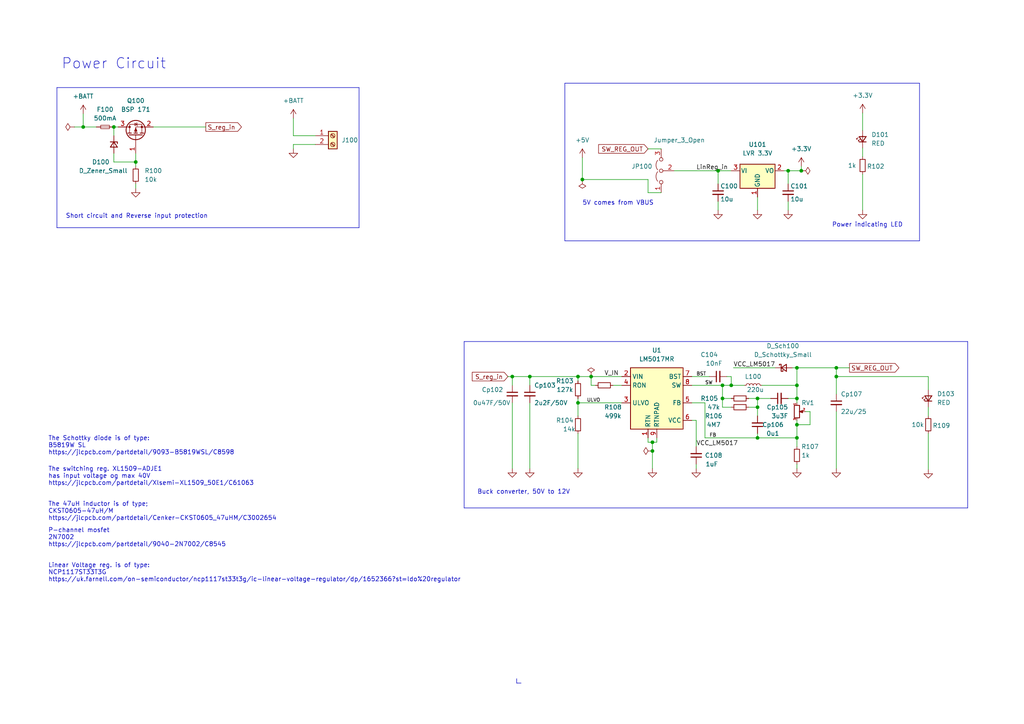
<source format=kicad_sch>
(kicad_sch (version 20230121) (generator eeschema)
  (paper "A4")
  (title_block (title "Power circuitery and Gyro Sensor") (date "2023-02-07"))
  (lib_symbols
    (symbol "Connector:Screw_Terminal_01x02" (pin_names (offset 1.016) hide)
      (property "Reference" "J" (at 0 2.54 0))
      (property "Value" "Screw_Terminal_01x02" (at 0 -5.08 0))
      (symbol "Screw_Terminal_01x02_1_1"
        (rectangle (start -1.27 1.27) (end 1.27 -3.81) (stroke (width 0.254)) (fill (type background)))
        (circle (center 0 -2.54) (radius 0.635) (stroke (width 0.1524)))
        (polyline (pts (xy -0.5334 -2.2098) (xy 0.3302 -3.048)) (stroke (width 0.1524)))
        (polyline (pts (xy -0.5334 0.3302) (xy 0.3302 -0.508)) (stroke (width 0.1524)))
        (polyline (pts (xy -0.3556 -2.032) (xy 0.508 -2.8702)) (stroke (width 0.1524)))
        (polyline (pts (xy -0.3556 0.508) (xy 0.508 -0.3302)) (stroke (width 0.1524)))
        (circle (center 0 0) (radius 0.635) (stroke (width 0.1524)))
        (pin passive line (at -5.08 0 0) (length 3.81) (name "Pin_1") (number "1"))
        (pin passive line (at -5.08 -2.54 0) (length 3.81) (name "Pin_2") (number "2"))
      )
    )
    (symbol "Device:C_Small" (pin_numbers hide) (pin_names (offset 0.254) hide)
      (property "Reference" "C" (at 0.254 1.778 0))
      (property "Value" "C_Small" (at 0.254 -2.032 0))
      (symbol "C_Small_0_1"
        (polyline (pts (xy -1.524 -0.508) (xy 1.524 -0.508)) (stroke (width 0.3302)))
        (polyline (pts (xy -1.524 0.508) (xy 1.524 0.508)) (stroke (width 0.3048)))
      )
      (symbol "C_Small_1_1"
        (pin passive line (at 0 2.54 270) (length 2.032) (name "~") (number "1"))
        (pin passive line (at 0 -2.54 90) (length 2.032) (name "~") (number "2"))
      )
    )
    (symbol "Device:D_Schottky_Small" (pin_numbers hide) (pin_names (offset 0.254) hide)
      (property "Reference" "D_Sch100" (at -0.254 6.35 0))
      (property "Value" "D_Schottky_Small" (at -0.254 3.81 0))
      (symbol "D_Schottky_Small_0_1"
        (polyline (pts (xy -0.762 0) (xy 0.762 0)))
        (polyline (pts (xy 0.762 -1.016) (xy -0.762 0) (xy 0.762 1.016) (xy 0.762 -1.016)) (stroke (width 0.254)))
        (polyline (pts (xy -1.27 0.762) (xy -1.27 1.016) (xy -0.762 1.016) (xy -0.762 -1.016) (xy -0.254 -1.016) (xy -0.254 -0.762)) (stroke (width 0.254)))
      )
      (symbol "D_Schottky_Small_1_1"
        (pin passive line (at 2.54 0 180) (length 1.778) (name "A") (number "1"))
        (pin passive line (at 2.54 0 180) (length 1.778) (name "A") (number "2"))
        (pin passive line (at -2.54 0 0) (length 1.778) (name "K") (number "3"))
      )
    )
    (symbol "Device:D_Zener_Small" (pin_numbers hide) (pin_names (offset 0.254) hide)
      (property "Reference" "D" (at 0 2.286 0))
      (property "Value" "D_Zener_Small" (at 0 -2.286 0))
      (symbol "D_Zener_Small_0_1"
        (polyline (pts (xy 0.762 0) (xy -0.762 0)))
        (polyline (pts (xy -0.254 1.016) (xy -0.762 1.016) (xy -0.762 -1.016)) (stroke (width 0.254)))
        (polyline (pts (xy 0.762 1.016) (xy -0.762 0) (xy 0.762 -1.016) (xy 0.762 1.016)) (stroke (width 0.254)))
      )
      (symbol "D_Zener_Small_1_1"
        (pin passive line (at -2.54 0 0) (length 1.778) (name "K") (number "1"))
        (pin passive line (at 2.54 0 180) (length 1.778) (name "A") (number "2"))
      )
    )
    (symbol "Device:Fuse_Small" (pin_numbers hide) (pin_names (offset 0.254) hide)
      (property "Reference" "F" (at 0 -1.524 0))
      (property "Value" "Fuse_Small" (at 0 1.524 0))
      (symbol "Fuse_Small_0_1"
        (rectangle (start -1.27 0.508) (end 1.27 -0.508))
        (polyline (pts (xy -1.27 0) (xy 1.27 0)))
      )
      (symbol "Fuse_Small_1_1"
        (pin passive line (at -2.54 0 0) (length 1.27) (name "~") (number "1"))
        (pin passive line (at 2.54 0 180) (length 1.27) (name "~") (number "2"))
      )
    )
    (symbol "Device:LED_Small" (pin_numbers hide) (pin_names (offset 0.254) hide)
      (property "Reference" "D" (at -1.27 3.175 0))
      (property "Value" "LED_Small" (at -4.445 -2.54 0))
      (symbol "LED_Small_0_1"
        (polyline (pts (xy -0.762 -1.016) (xy -0.762 1.016)) (stroke (width 0.254)))
        (polyline (pts (xy 1.016 0) (xy -0.762 0)))
        (polyline (pts (xy 0.762 -1.016) (xy -0.762 0) (xy 0.762 1.016) (xy 0.762 -1.016)) (stroke (width 0.254)))
        (polyline (pts (xy 0 0.762) (xy -0.508 1.27) (xy -0.254 1.27) (xy -0.508 1.27) (xy -0.508 1.016)))
        (polyline (pts (xy 0.508 1.27) (xy 0 1.778) (xy 0.254 1.778) (xy 0 1.778) (xy 0 1.524)))
      )
      (symbol "LED_Small_1_1"
        (pin passive line (at -2.54 0 0) (length 1.778) (name "K") (number "1"))
        (pin passive line (at 2.54 0 180) (length 1.778) (name "A") (number "2"))
      )
    )
    (symbol "Device:L_Small" (pin_numbers hide) (pin_names (offset 0.254) hide)
      (property "Reference" "L" (at 0.762 1.016 0))
      (property "Value" "L_Small" (at 0.762 -1.016 0))
      (symbol "L_Small_0_1"
        (arc (start 0 -2.032) (mid 0.5058 -1.524) (end 0 -1.016))
        (arc (start 0 -1.016) (mid 0.5058 -0.508) (end 0 0))
        (arc (start 0 0) (mid 0.5058 0.508) (end 0 1.016))
        (arc (start 0 1.016) (mid 0.5058 1.524) (end 0 2.032))
      )
      (symbol "L_Small_1_1"
        (pin passive line (at 0 2.54 270) (length 0.508) (name "~") (number "1"))
        (pin passive line (at 0 -2.54 90) (length 0.508) (name "~") (number "2"))
      )
    )
    (symbol "Device:R_Potentiometer_Small" (pin_names (offset 1.016) hide)
      (property "Reference" "RV" (at -4.445 0 90))
      (property "Value" "R_Potentiometer_Small" (at -2.54 0 90))
      (symbol "R_Potentiometer_Small_0_1"
        (polyline (pts (xy 0.889 0) (xy 0.635 0) (xy 1.651 0.381) (xy 1.651 -0.381) (xy 0.635 0) (xy 0.889 0)) (fill (type outline)))
        (rectangle (start 0.762 1.8034) (end -0.762 -1.8034) (stroke (width 0.254)))
      )
      (symbol "R_Potentiometer_Small_1_1"
        (pin passive line (at 0 2.54 270) (length 0.635) (name "1") (number "1"))
        (pin passive line (at 2.54 0 180) (length 0.9906) (name "2") (number "2"))
        (pin passive line (at 0 -2.54 90) (length 0.635) (name "3") (number "3"))
      )
    )
    (symbol "Device:R_Small" (pin_numbers hide) (pin_names (offset 0.254) hide)
      (property "Reference" "R" (at 0.762 0.508 0))
      (property "Value" "R_Small" (at 0.762 -1.016 0))
      (symbol "R_Small_0_1"
        (rectangle (start -0.762 1.778) (end 0.762 -1.778) (stroke (width 0.2032)))
      )
      (symbol "R_Small_1_1"
        (pin passive line (at 0 2.54 270) (length 0.762) (name "~") (number "1"))
        (pin passive line (at 0 -2.54 90) (length 0.762) (name "~") (number "2"))
      )
    )
    (symbol "Jumper:Jumper_3_Open" (pin_names (offset 0) hide)
      (property "Reference" "JP" (at -2.54 -2.54 0))
      (property "Value" "Jumper_3_Open" (at 0 2.794 0))
      (symbol "Jumper_3_Open_0_0"
        (circle (center -3.302 0) (radius 0.508))
        (circle (center 0 0) (radius 0.508))
        (circle (center 3.302 0) (radius 0.508))
      )
      (symbol "Jumper_3_Open_0_1"
        (arc (start -0.254 1.016) (mid -1.651 1.4992) (end -3.048 1.016))
        (polyline (pts (xy 0 -0.508) (xy 0 -1.27)))
        (arc (start 3.048 1.016) (mid 1.651 1.4992) (end 0.254 1.016))
      )
      (symbol "Jumper_3_Open_1_1"
        (pin passive line (at -6.35 0 0) (length 2.54) (name "A") (number "1"))
        (pin passive line (at 0 -3.81 90) (length 2.54) (name "C") (number "2"))
        (pin passive line (at 6.35 0 180) (length 2.54) (name "B") (number "3"))
      )
    )
    (symbol "Regulator_Linear:NCP1117-3.3_SOT223" (pin_names (offset 0.254))
      (property "Reference" "U" (at -3.81 3.175 0))
      (property "Value" "NCP1117-3.3_SOT223" (at 0 3.175 0))
      (symbol "NCP1117-3.3_SOT223_0_1"
        (rectangle (start -5.08 -5.08) (end 5.08 1.905) (stroke (width 0.254)) (fill (type background)))
      )
      (symbol "NCP1117-3.3_SOT223_1_1"
        (pin power_in line (at 0 -7.62 90) (length 2.54) (name "GND") (number "1"))
        (pin power_out line (at 7.62 0 180) (length 2.54) (name "VO") (number "2"))
        (pin power_in line (at -7.62 0 0) (length 2.54) (name "VI") (number "3"))
      )
    )
    (symbol "Regulator_Switching:LM5017MR"
      (property "Reference" "U" (at -7.62 8.89 0))
      (property "Value" "LM5017MR" (at 0 8.89 0))
      (symbol "LM5017MR_0_1"
        (rectangle (start -7.62 7.62) (end 7.62 -10.16) (stroke (width 0.254)) (fill (type background)))
      )
      (symbol "LM5017MR_1_1"
        (pin power_in line (at -2.54 -12.7 90) (length 2.54) (name "RTN") (number "1"))
        (pin power_in line (at -10.16 5.08 0) (length 2.54) (name "VIN") (number "2"))
        (pin input line (at -10.16 -2.54 0) (length 2.54) (name "ULVO") (number "3"))
        (pin input line (at -10.16 2.54 0) (length 2.54) (name "RON") (number "4"))
        (pin input line (at 10.16 -2.54 180) (length 2.54) (name "FB") (number "5"))
        (pin output line (at 10.16 -7.62 180) (length 2.54) (name "VCC") (number "6"))
        (pin input line (at 10.16 5.08 180) (length 2.54) (name "BST") (number "7"))
        (pin output line (at 10.16 2.54 180) (length 2.54) (name "SW") (number "8"))
        (pin power_in line (at 0 -12.7 90) (length 2.54) (name "RTNPAD") (number "9"))
      )
    )
    (symbol "Transistor_FET:AO3401A" (pin_names hide)
      (property "Reference" "Q" (at 5.08 1.905 0))
      (property "Value" "AO3401A" (at 5.08 0 0))
      (symbol "AO3401A_0_1"
        (polyline (pts (xy 0.254 0) (xy -2.54 0)))
        (polyline (pts (xy 0.254 1.905) (xy 0.254 -1.905)) (stroke (width 0.254)))
        (polyline (pts (xy 0.762 -1.27) (xy 0.762 -2.286)) (stroke (width 0.254)))
        (polyline (pts (xy 0.762 0.508) (xy 0.762 -0.508)) (stroke (width 0.254)))
        (polyline (pts (xy 0.762 2.286) (xy 0.762 1.27)) (stroke (width 0.254)))
        (polyline (pts (xy 2.54 2.54) (xy 2.54 1.778)))
        (polyline (pts (xy 2.54 -2.54) (xy 2.54 0) (xy 0.762 0)))
        (polyline (pts (xy 0.762 1.778) (xy 3.302 1.778) (xy 3.302 -1.778) (xy 0.762 -1.778)))
        (polyline (pts (xy 2.286 0) (xy 1.27 0.381) (xy 1.27 -0.381) (xy 2.286 0)) (fill (type outline)))
        (polyline (pts (xy 2.794 -0.508) (xy 2.921 -0.381) (xy 3.683 -0.381) (xy 3.81 -0.254)))
        (polyline (pts (xy 3.302 -0.381) (xy 2.921 0.254) (xy 3.683 0.254) (xy 3.302 -0.381)))
        (circle (center 1.651 0) (radius 2.794) (stroke (width 0.254)))
        (circle (center 2.54 -1.778) (radius 0.254) (fill (type outline)))
        (circle (center 2.54 1.778) (radius 0.254) (fill (type outline)))
      )
      (symbol "AO3401A_1_1"
        (pin input line (at -5.08 0 0) (length 2.54) (name "G") (number "1"))
        (pin passive line (at 2.54 -5.08 90) (length 2.54) (name "S") (number "2"))
        (pin passive line (at 2.54 5.08 270) (length 2.54) (name "D") (number "3"))
      )
    )
    (symbol "power:+3.3V" (power) (pin_names (offset 0))
      (property "Value" "+3.3V" (at 0 3.556 0))
      (symbol "+3.3V_0_1"
        (polyline (pts (xy -0.762 1.27) (xy 0 2.54)))
        (polyline (pts (xy 0 0) (xy 0 2.54)))
        (polyline (pts (xy 0 2.54) (xy 0.762 1.27)))
      )
      (symbol "+3.3V_1_1"
        (pin power_in line (at 0 0 90) (length 0) hide (name "+3.3V") (number "1"))
      )
    )
    (symbol "power:+5V" (power) (pin_names (offset 0))
      (property "Value" "+5V" (at 0 3.556 0))
      (symbol "+5V_0_1"
        (polyline (pts (xy -0.762 1.27) (xy 0 2.54)))
        (polyline (pts (xy 0 0) (xy 0 2.54)))
        (polyline (pts (xy 0 2.54) (xy 0.762 1.27)))
      )
      (symbol "+5V_1_1"
        (pin power_in line (at 0 0 90) (length 0) hide (name "+5V") (number "1"))
      )
    )
    (symbol "power:+BATT" (power) (pin_names (offset 0))
      (property "Value" "+BATT" (at 0 3.556 0))
      (symbol "+BATT_0_1"
        (polyline (pts (xy -0.762 1.27) (xy 0 2.54)))
        (polyline (pts (xy 0 0) (xy 0 2.54)))
        (polyline (pts (xy 0 2.54) (xy 0.762 1.27)))
      )
      (symbol "+BATT_1_1"
        (pin power_in line (at 0 0 90) (length 0) hide (name "+BATT") (number "1"))
      )
    )
    (symbol "power:GND" (power) (pin_names (offset 0))
      (property "Value" "GND" (at 0 -3.81 0))
      (symbol "GND_0_1"
        (polyline (pts (xy 0 0) (xy 0 -1.27) (xy 1.27 -1.27) (xy 0 -2.54) (xy -1.27 -1.27) (xy 0 -1.27)))
      )
      (symbol "GND_1_1"
        (pin power_in line (at 0 0 270) (length 0) hide (name "GND") (number "1"))
      )
    )
    (symbol "power:PWR_FLAG" (power) (pin_numbers hide) (pin_names (offset 0) hide)
      (property "Value" "PWR_FLAG" (at 0 3.81 0))
      (symbol "PWR_FLAG_0_0"
        (pin power_out line (at 0 0 90) (length 0) (name "pwr") (number "1"))
      )
      (symbol "PWR_FLAG_0_1"
        (polyline (pts (xy 0 0) (xy 0 1.27) (xy -1.016 1.905) (xy 0 2.54) (xy 1.016 1.905) (xy 0 1.27)))
      )
    )
  )
  (junction (at 189.23 128.27))
  (junction (at 208.28 49.53))
  (junction (at 153.67 109.22))
  (junction (at 171.45 109.22))
  (junction (at 24.13 36.83))
  (junction (at 231.14 106.68))
  (junction (at 232.41 49.53))
  (junction (at 242.57 109.22))
  (junction (at 242.57 106.68))
  (junction (at 231.14 111.76))
  (junction (at 219.71 115.57))
  (junction (at 148.59 109.22))
  (junction (at 33.02 36.83))
  (junction (at 209.55 111.76))
  (junction (at 231.14 127))
  (junction (at 228.6 49.53))
  (junction (at 231.14 123.19))
  (junction (at 219.71 118.11))
  (junction (at 189.23 130.81))
  (junction (at 167.64 109.22))
  (junction (at 168.91 52.07))
  (junction (at 209.55 115.57))
  (junction (at 219.71 127))
  (junction (at 212.09 111.76))
  (junction (at 231.14 115.57))
  (junction (at 39.37 46.99))
  (junction (at 167.64 116.84))
  (wire (pts (xy 167.64 125.73) (xy 167.64 135.89)))
  (wire (pts (xy 21.59 36.83) (xy 24.13 36.83)))
  (wire (pts (xy 219.71 57.15) (xy 219.71 60.96)))
  (wire (pts (xy 204.47 116.84) (xy 204.47 127)))
  (polyline (pts (xy 151.13 198.12) (xy 149.86 198.12)))
  (wire (pts (xy 190.5 127) (xy 190.5 128.27)))
  (wire (pts (xy 201.93 121.92) (xy 201.93 129.54)))
  (polyline (pts (xy 16.51 25.4) (xy 104.14 25.4)))
  (wire (pts (xy 168.91 52.07) (xy 187.96 52.07)))
  (wire (pts (xy 33.02 36.83) (xy 33.02 39.37)))
  (wire (pts (xy 231.14 123.19) (xy 231.14 127)))
  (wire (pts (xy 189.23 130.81) (xy 189.23 135.89)))
  (wire (pts (xy 39.37 46.99) (xy 33.02 46.99)))
  (wire (pts (xy 210.82 109.22) (xy 212.09 109.22)))
  (wire (pts (xy 153.67 111.76) (xy 153.67 109.22)))
  (wire (pts (xy 177.8 111.76) (xy 180.34 111.76)))
  (polyline (pts (xy 266.7 69.85) (xy 266.7 24.13)))
  (polyline (pts (xy 266.7 24.13) (xy 163.83 24.13)))
  (wire (pts (xy 242.57 106.68) (xy 242.57 109.22)))
  (wire (pts (xy 200.66 121.92) (xy 201.93 121.92)))
  (wire (pts (xy 232.41 49.53) (xy 232.41 48.26)))
  (wire (pts (xy 269.24 118.11) (xy 269.24 120.65)))
  (wire (pts (xy 217.17 115.57) (xy 219.71 115.57)))
  (wire (pts (xy 234.95 119.38) (xy 234.95 123.19)))
  (wire (pts (xy 153.67 109.22) (xy 167.64 109.22)))
  (wire (pts (xy 231.14 127) (xy 231.14 129.54)))
  (wire (pts (xy 231.14 121.92) (xy 231.14 123.19)))
  (wire (pts (xy 228.6 49.53) (xy 232.41 49.53)))
  (wire (pts (xy 219.71 127) (xy 219.71 125.73)))
  (wire (pts (xy 242.57 119.38) (xy 242.57 135.89)))
  (wire (pts (xy 85.09 41.91) (xy 85.09 43.18)))
  (wire (pts (xy 167.64 109.22) (xy 167.64 110.49)))
  (wire (pts (xy 269.24 109.22) (xy 269.24 113.03)))
  (wire (pts (xy 187.96 127) (xy 187.96 128.27)))
  (wire (pts (xy 212.725 106.68) (xy 224.79 106.68)))
  (wire (pts (xy 209.55 111.76) (xy 209.55 115.57)))
  (wire (pts (xy 209.55 115.57) (xy 209.55 118.11)))
  (wire (pts (xy 85.09 34.29) (xy 85.09 39.37)))
  (wire (pts (xy 147.32 109.22) (xy 148.59 109.22)))
  (wire (pts (xy 39.37 53.34) (xy 39.37 54.61)))
  (polyline (pts (xy 104.14 25.4) (xy 104.14 66.04)))
  (wire (pts (xy 231.14 106.68) (xy 231.14 111.76)))
  (wire (pts (xy 250.19 50.546) (xy 250.19 60.96)))
  (wire (pts (xy 204.47 127) (xy 219.71 127)))
  (wire (pts (xy 231.14 115.57) (xy 231.14 116.84)))
  (polyline (pts (xy 104.14 66.04) (xy 16.51 66.04)))
  (wire (pts (xy 212.09 109.22) (xy 212.09 111.76)))
  (wire (pts (xy 231.14 106.68) (xy 242.57 106.68)))
  (wire (pts (xy 167.64 116.84) (xy 180.34 116.84)))
  (wire (pts (xy 228.6 115.57) (xy 231.14 115.57)))
  (wire (pts (xy 148.59 109.22) (xy 153.67 109.22)))
  (wire (pts (xy 168.91 45.72) (xy 168.91 52.07)))
  (wire (pts (xy 212.09 111.76) (xy 215.9 111.76)))
  (wire (pts (xy 228.6 58.42) (xy 228.6 60.96)))
  (wire (pts (xy 233.68 119.38) (xy 234.95 119.38)))
  (wire (pts (xy 153.67 116.84) (xy 153.67 135.89)))
  (wire (pts (xy 200.66 109.22) (xy 205.74 109.22)))
  (wire (pts (xy 219.71 115.57) (xy 223.52 115.57)))
  (wire (pts (xy 187.96 55.88) (xy 187.96 52.07)))
  (polyline (pts (xy 280.67 147.32) (xy 134.62 147.32)))
  (wire (pts (xy 191.77 55.88) (xy 187.96 55.88)))
  (wire (pts (xy 148.59 116.84) (xy 148.59 135.89)))
  (wire (pts (xy 39.37 44.45) (xy 39.37 46.99)))
  (wire (pts (xy 189.23 128.27) (xy 190.5 128.27)))
  (wire (pts (xy 242.57 109.22) (xy 242.57 114.3)))
  (wire (pts (xy 269.24 125.73) (xy 269.24 136.144)))
  (wire (pts (xy 167.64 109.22) (xy 171.45 109.22)))
  (wire (pts (xy 242.57 109.22) (xy 269.24 109.22)))
  (wire (pts (xy 24.13 36.83) (xy 27.94 36.83)))
  (wire (pts (xy 212.09 118.11) (xy 209.55 118.11)))
  (polyline (pts (xy 134.62 99.06) (xy 134.62 147.32)))
  (wire (pts (xy 219.71 127) (xy 231.14 127)))
  (wire (pts (xy 85.09 39.37) (xy 91.44 39.37)))
  (wire (pts (xy 231.14 123.19) (xy 234.95 123.19)))
  (wire (pts (xy 212.09 111.76) (xy 209.55 111.76)))
  (wire (pts (xy 208.28 49.53) (xy 212.09 49.53)))
  (wire (pts (xy 167.64 120.65) (xy 167.64 116.84)))
  (wire (pts (xy 228.6 49.53) (xy 228.6 53.34)))
  (wire (pts (xy 209.55 111.76) (xy 200.66 111.76)))
  (wire (pts (xy 195.58 49.53) (xy 208.28 49.53)))
  (wire (pts (xy 231.14 115.57) (xy 231.14 111.76)))
  (wire (pts (xy 187.96 43.18) (xy 191.77 43.18)))
  (wire (pts (xy 171.45 109.22) (xy 180.34 109.22)))
  (wire (pts (xy 171.45 111.76) (xy 171.45 109.22)))
  (wire (pts (xy 33.02 36.83) (xy 34.29 36.83)))
  (polyline (pts (xy 280.67 99.06) (xy 280.67 147.32)))
  (wire (pts (xy 200.66 116.84) (xy 204.47 116.84)))
  (polyline (pts (xy 163.83 69.85) (xy 266.7 69.85)))
  (wire (pts (xy 33.02 44.45) (xy 33.02 46.99)))
  (wire (pts (xy 91.44 41.91) (xy 85.09 41.91)))
  (polyline (pts (xy 16.51 25.4) (xy 16.51 66.04)))
  (wire (pts (xy 189.23 128.27) (xy 189.23 130.81)))
  (wire (pts (xy 219.71 118.11) (xy 219.71 120.65)))
  (wire (pts (xy 208.28 58.42) (xy 208.28 60.96)))
  (wire (pts (xy 250.19 42.926) (xy 250.19 45.466)))
  (wire (pts (xy 231.14 134.62) (xy 231.14 135.89)))
  (wire (pts (xy 212.09 115.57) (xy 209.55 115.57)))
  (wire (pts (xy 250.19 32.766) (xy 250.19 37.846)))
  (wire (pts (xy 24.13 33.02) (xy 24.13 36.83)))
  (wire (pts (xy 148.59 111.76) (xy 148.59 109.22)))
  (wire (pts (xy 167.64 115.57) (xy 167.64 116.84)))
  (wire (pts (xy 208.28 49.53) (xy 208.28 53.34)))
  (wire (pts (xy 201.93 134.62) (xy 201.93 135.89)))
  (wire (pts (xy 217.17 118.11) (xy 219.71 118.11)))
  (polyline (pts (xy 149.86 196.85) (xy 149.86 198.12)))
  (wire (pts (xy 44.45 36.83) (xy 59.69 36.83)))
  (wire (pts (xy 227.33 49.53) (xy 228.6 49.53)))
  (wire (pts (xy 219.71 115.57) (xy 219.71 118.11)))
  (wire (pts (xy 242.57 106.68) (xy 246.38 106.68)))
  (polyline (pts (xy 134.62 99.06) (xy 280.67 99.06)))
  (wire (pts (xy 229.87 106.68) (xy 231.14 106.68)))
  (wire (pts (xy 172.72 111.76) (xy 171.45 111.76)))
  (polyline (pts (xy 163.83 24.13) (xy 163.83 69.85)))
  (wire (pts (xy 220.98 111.76) (xy 231.14 111.76)))
  (wire (pts (xy 187.96 128.27) (xy 189.23 128.27)))
  (wire (pts (xy 39.37 46.99) (xy 39.37 48.26)))
  (text "Buck converter, 50V to 12V" (at 138.43 143.51 0) (effects (font (size 1.27 1.27)) (justify left bottom)))
  (text "5V comes from VBUS" (at 168.91 59.69 0) (effects (font (size 1.27 1.27)) (justify left bottom)))
  (text "Power Circuit" (at 17.78 20.32 0) (effects (font (size 3 3)) (justify left bottom)))
  (text "The Schottky diode is of type:\nB5819W SL\nhttps://jlcpcb.com/partdetail/9093-B5819WSL/C8598" (at 13.97 132.08 0) (effects (font (size 1.27 1.27)) (justify left bottom)))
  (text "The switching reg. XL1509-ADJE1\nhas input voltage og max 40V\nhttps://jlcpcb.com/partdetail/Xlsemi-XL1509_50E1/C61063\n" (at 13.97 140.97 0) (effects (font (size 1.27 1.27)) (justify left bottom)))
  (text "Linear Voltage reg. is of type: \nNCP1117ST33T3G\nhttps://uk.farnell.com/on-semiconductor/ncp1117st33t3g/ic-linear-voltage-regulator/dp/1652366?st=ldo%20regulator" (at 13.97 168.91 0) (effects (font (size 1.27 1.27)) (justify left bottom)))
  (text "Power indicating LED" (at 241.3 66.04 0) (effects (font (size 1.27 1.27)) (justify left bottom)))
  (text "Short circuit and Reverse input protection" (at 19.05 63.5 0) (effects (font (size 1.27 1.27)) (justify left bottom)))
  (text "P-channel mosfet\n2N7002\nhttps://jlcpcb.com/partdetail/9040-2N7002/C8545" (at 13.97 158.75 0) (effects (font (size 1.27 1.27)) (justify left bottom)))
  (text "The 47uH inductor is of type;\nCKST0605-47uH/M\nhttps://jlcpcb.com/partdetail/Cenker-CKST0605_47uHM/C3002654" (at 13.97 151.13 0) (effects (font (size 1.27 1.27)) (justify left bottom)))
  (label "ULVO" (at 170.18 116.84 0) (effects (font (size 1 1))))
  (label "VCC_LM5017" (at 212.725 106.68 0))
  (label "SW" (at 204.47 111.76 0) (effects (font (size 1 1))))
  (label "LinReg_in" (at 201.93 49.53 0))
  (label "FB" (at 205.74 127 0) (effects (font (size 1 1))))
  (label "V_IN" (at 175.26 109.22 0))
  (label "BST" (at 201.93 109.22 0) (effects (font (size 1 1))))
  (label "VCC_LM5017" (at 201.93 129.54 0))
  (global_label "S_reg_in" (shape input) (at 147.32 109.22 180) (property "Intersheetrefs" "${INTERSHEET_REFS}" (effects hide)))
  (global_label "SW_REG_OUT" (shape output) (at 246.38 106.68 0) (property "Intersheetrefs" "${INTERSHEET_REFS}" (effects hide)))
  (global_label "SW_REG_OUT" (shape input) (at 187.96 43.18 180) (property "Intersheetrefs" "${INTERSHEET_REFS}" (effects hide)))
  (global_label "S_reg_in" (shape output) (at 59.69 36.83 0) (property "Intersheetrefs" "${INTERSHEET_REFS}" (effects hide)))
  (symbol (lib_id "Device:C_Small") (at 153.67 114.3 0) (unit 1)
    (property "Reference" "Cp103" (at 154.94 111.76 0) (effects (justify left)))
    (property "Value" "2u2F/50V" (at 154.94 116.84 0) (effects (justify left)))
    (property "Footprint" "Capacitor_SMD:C_0805_2012Metric" (effects hide))
    (property "PARTREV" "C49217" (effects hide))
  )
  (symbol (lib_id "Jumper:Jumper_3_Open") (at 191.77 49.53 90) (unit 1)
    (property "Reference" "JP100" (at 189.23 48.2599 90) (effects (justify left)))
    (property "Value" "Jumper_3_Open" (at 204.47 40.64 90) (effects (justify left)))
    (property "Footprint" "Connector_PinHeader_2.54mm:PinHeader_1x03_P2.54mm_Vertical" (effects hide))
  )
  (symbol (lib_id "power:GND") (at 167.64 135.89 0) (unit 1)
    (property "Reference" "#PWR0118" (effects hide))
    (property "Value" "GND" (effects hide))
  )
  (symbol (lib_id "Device:L_Small") (at 218.44 111.76 90) (unit 1)
    (property "Reference" "L100" (at 218.44 109.22 90))
    (property "Value" "220u" (at 219.075 113.03 90))
    (property "Footprint" "Inductor_SMD:L_Bourns_SRR1208_12.7x12.7mm" (effects hide))
    (property "PARTREV" "C2929503" (effects hide))
    (property "Mouser" "652-SRR1208-221KL" (effects hide))
  )
  (symbol (lib_id "Device:R_Small") (at 250.19 48.006 180) (unit 1)
    (property "Reference" "R102" (at 254 48.26 0))
    (property "Value" "1k" (at 247.142 48.006 0))
    (property "Footprint" "Resistor_SMD:R_0603_1608Metric" (effects hide))
    (property "PARTREV" "C22764" (effects hide))
  )
  (symbol (lib_id "Device:C_Small") (at 219.71 123.19 180) (unit 1)
    (property "Reference" "Cp106" (at 227.33 123.19 0) (effects (justify left)))
    (property "Value" "0u1" (at 226.06 125.73 0) (effects (justify left)))
    (property "Footprint" "Capacitor_SMD:C_0805_2012Metric" (effects hide))
    (property "PARTREV" "C14663" (effects hide))
  )
  (symbol (lib_id "Device:C_Small") (at 201.93 132.08 180) (unit 1)
    (property "Reference" "C108" (at 209.55 132.08 0) (effects (justify left)))
    (property "Value" "1uF" (at 208.28 134.62 0) (effects (justify left)))
    (property "Footprint" "Capacitor_SMD:C_0805_2012Metric" (effects hide))
    (property "PARTREV" "C28323" (effects hide))
  )
  (symbol (lib_id "power:+5V") (at 168.91 45.72 0) (unit 1)
    (property "Reference" "#PWR0113" (effects hide))
    (property "Value" "+5V" (at 168.91 40.64 0))
  )
  (symbol (lib_id "Device:R_Small") (at 175.26 111.76 90) (unit 1)
    (property "Reference" "R108" (at 177.8 118.11 90))
    (property "Value" "499k" (at 177.8 120.65 90))
    (property "Footprint" "Resistor_SMD:R_0603_1608Metric" (effects hide))
    (property "PARTREV" "C25804" (effects hide))
  )
  (symbol (lib_id "Device:R_Potentiometer_Small") (at 231.14 119.38 0) (unit 1)
    (property "Reference" "RV1" (at 236.22 116.84 0) (effects (justify right)))
    (property "Value" "R_Potentiometer_Small" (effects hide))
    (property "Footprint" "Added footprints:TRIM_TC33X-2-103E" (effects hide))
  )
  (symbol (lib_id "power:GND") (at 219.71 60.96 0) (unit 1)
    (property "Reference" "#PWR0110" (effects hide))
    (property "Value" "GND" (effects hide))
  )
  (symbol (lib_id "power:GND") (at 189.23 135.89 0) (unit 1)
    (property "Reference" "#PWR0116" (effects hide))
    (property "Value" "GND" (effects hide))
  )
  (symbol (lib_id "Device:Fuse_Small") (at 30.48 36.83 0) (unit 1)
    (property "Reference" "F100" (at 30.48 31.75 0))
    (property "Value" "500mA" (at 30.48 34.29 0))
    (property "Footprint" "Resistor_THT:R_Axial_DIN0204_L3.6mm_D1.6mm_P5.08mm_Vertical" (effects hide))
    (property "PARTREV" "C8678" (effects hide))
  )
  (symbol (lib_id "Device:LED_Small") (at 250.19 40.386 90) (unit 1)
    (property "Reference" "D101" (at 252.73 39.0524 90) (effects (justify right)))
    (property "Value" "RED" (at 252.73 41.5924 90) (effects (justify right)))
    (property "Footprint" "LED_SMD:LED_0603_1608Metric" (effects hide))
    (property "PARTREV" "C84256" (effects hide))
  )
  (symbol (lib_id "Connector:Screw_Terminal_01x02") (at 96.52 39.37 0) (unit 1)
    (property "Reference" "J100" (at 99.06 40.6399 0) (effects (justify left)))
    (property "Value" "Screw_Terminal_01x02" (effects hide))
    (property "Footprint" "TerminalBlock:TerminalBlock_bornier-2_P5.08mm" (effects hide))
  )
  (symbol (lib_id "power:+3.3V") (at 232.41 48.26 0) (unit 1)
    (property "Reference" "#PWR0114" (effects hide))
    (property "Value" "+3.3V" (at 232.41 43.18 0))
  )
  (symbol (lib_id "power:PWR_FLAG") (at 21.59 36.83 90) (unit 1)
    (property "Reference" "#FLG0101" (effects hide))
    (property "Value" "PWR_FLAG" (effects hide))
  )
  (symbol (lib_id "Device:R_Small") (at 167.64 113.03 180) (unit 1)
    (property "Reference" "R103" (at 163.83 110.49 0))
    (property "Value" "127k" (at 163.83 113.03 0))
    (property "Footprint" "Resistor_SMD:R_0603_1608Metric" (effects hide))
    (property "PARTREV" "C25804" (effects hide))
  )
  (symbol (lib_id "Device:C_Small") (at 228.6 55.88 0) (unit 1)
    (property "Reference" "C101" (at 229.235 53.975 0) (effects (justify left)))
    (property "Value" "10u" (at 229.235 57.785 0) (effects (justify left)))
    (property "Footprint" "Capacitor_SMD:C_0805_2012Metric" (effects hide))
    (property "JLC" "C96446" (effects hide))
    (property "PARTREV" "C96446" (effects hide))
  )
  (symbol (lib_id "power:GND") (at 85.09 43.18 0) (unit 1)
    (property "Reference" "#PWR0101" (effects hide))
    (property "Value" "GND" (effects hide))
  )
  (symbol (lib_id "power:GND") (at 208.28 60.96 0) (unit 1)
    (property "Reference" "#PWR0108" (effects hide))
    (property "Value" "GND" (effects hide))
  )
  (symbol (lib_id "power:PWR_FLAG") (at 171.45 109.22 0) (unit 1)
    (property "Reference" "#FLG0107" (effects hide))
    (property "Value" "PWR_FLAG" (effects hide))
  )
  (symbol (lib_id "power:GND") (at 231.14 135.89 0) (unit 1)
    (property "Reference" "#PWR0105" (effects hide))
    (property "Value" "GND" (effects hide))
  )
  (symbol (lib_id "Regulator_Linear:NCP1117-3.3_SOT223") (at 219.71 49.53 0) (unit 1)
    (property "Reference" "U101" (at 219.71 41.91 0))
    (property "Value" "LVR 3.3V" (at 219.71 44.45 0))
    (property "Footprint" "Package_TO_SOT_SMD:SOT-223-3_TabPin2" (effects hide))
    (property "Datasheet" "http://www.onsemi.com/pub_link/Collateral/NCP1117-D.PDF" (effects hide))
    (property "PARTREV" "C277892" (effects hide))
    (property "Mouser" "584-ADP3338AKCZ3.3R" (effects hide))
  )
  (symbol (lib_id "power:GND") (at 250.19 60.96 0) (unit 1)
    (property "Reference" "#PWR0112" (effects hide))
    (property "Value" "GND" (effects hide))
  )
  (symbol (lib_id "power:GND") (at 201.93 135.89 0) (unit 1)
    (property "Reference" "#PWR0115" (effects hide))
    (property "Value" "GND" (effects hide))
  )
  (symbol (lib_id "Device:C_Small") (at 208.28 55.88 0) (unit 1)
    (property "Reference" "C100" (at 208.915 53.975 0) (effects (justify left)))
    (property "Value" "10u" (at 208.915 57.785 0) (effects (justify left)))
    (property "Footprint" "Capacitor_SMD:C_0805_2012Metric" (effects hide))
    (property "JLC" "C96446" (effects hide))
    (property "PARTREV" "C96446" (effects hide))
  )
  (symbol (lib_id "power:PWR_FLAG") (at 232.41 49.53 270) (unit 1)
    (property "Reference" "#FLG0102" (effects hide))
    (property "Value" "PWR_FLAG" (effects hide))
  )
  (symbol (lib_id "Device:D_Schottky_Small") (at 227.33 106.68 0) (unit 1)
    (property "Reference" "D_Sch100" (at 227.076 100.33 0))
    (property "Value" "D_Schottky_Small" (at 227.076 102.87 0))
    (property "Footprint" "FSV10150_Shottcky diode:TO-277" (effects hide))
    (property "PARTREV" "C8678" (effects hide))
    (property "Mouser" "637-SK35SMA" (effects hide))
  )
  (symbol (lib_id "power:+3.3V") (at 250.19 32.766 0) (unit 1)
    (property "Reference" "#PWR0111" (effects hide))
    (property "Value" "+3.3V" (at 250.19 27.686 0))
  )
  (symbol (lib_id "Device:LED_Small") (at 269.24 115.57 90) (unit 1)
    (property "Reference" "D103" (at 271.78 114.2364 90) (effects (justify right)))
    (property "Value" "RED" (at 271.78 116.7764 90) (effects (justify right)))
    (property "Footprint" "LED_SMD:LED_0603_1608Metric" (effects hide))
    (property "PARTREV" "C84256" (effects hide))
  )
  (symbol (lib_id "Device:R_Small") (at 167.64 123.19 180) (unit 1)
    (property "Reference" "R104" (at 163.83 121.92 0))
    (property "Value" "14k" (at 165.1 124.46 0))
    (property "Footprint" "Resistor_SMD:R_0603_1608Metric" (effects hide))
    (property "PARTREV" "C25804" (effects hide))
  )
  (symbol (lib_id "Device:R_Small") (at 214.63 118.11 90) (unit 1)
    (property "Reference" "R106" (at 207.01 120.65 90))
    (property "Value" "4M7" (at 207.01 123.19 90))
    (property "Footprint" "Resistor_SMD:R_0603_1608Metric" (effects hide))
    (property "PARTREV" "C25804" (effects hide))
  )
  (symbol (lib_id "Device:D_Zener_Small") (at 33.02 41.91 270) (unit 1)
    (property "Reference" "D100" (at 26.67 46.99 90) (effects (justify left)))
    (property "Value" "D_Zener_Small" (at 22.86 49.53 90) (effects (justify left)))
    (property "Footprint" "Diode_SMD:D_SMA" (effects hide))
    (property "PARTREV" "C8062" (effects hide))
  )
  (symbol (lib_id "Device:C_Small") (at 226.06 115.57 90) (unit 1)
    (property "Reference" "Cp105" (at 228.6 118.11 90) (effects (justify left)))
    (property "Value" "3u3F" (at 228.6 120.65 90) (effects (justify left)))
    (property "Footprint" "Capacitor_SMD:C_0805_2012Metric" (effects hide))
    (property "PARTREV" "C338093" (effects hide))
  )
  (symbol (lib_id "Device:R_Small") (at 214.63 115.57 90) (unit 1)
    (property "Reference" "R105" (at 205.74 115.57 90))
    (property "Value" "47k" (at 207.01 118.11 90))
    (property "Footprint" "Resistor_SMD:R_0603_1608Metric" (effects hide))
    (property "PARTREV" "C25804" (effects hide))
  )
  (symbol (lib_id "power:GND") (at 39.37 54.61 0) (unit 1)
    (property "Reference" "#PWR0102" (effects hide))
    (property "Value" "GND" (effects hide))
  )
  (symbol (lib_id "Device:C_Small") (at 148.59 114.3 0) (unit 1)
    (property "Reference" "Cp102" (at 139.7 113.03 0) (effects (justify left)))
    (property "Value" "0u47F/50V" (at 137.16 116.84 0) (effects (justify left)))
    (property "Footprint" "Capacitor_SMD:C_0805_2012Metric" (effects hide))
    (property "PARTREV" "C13967" (effects hide))
  )
  (symbol (lib_id "Transistor_FET:AO3401A") (at 39.37 39.37 90) (unit 1)
    (property "Reference" "Q100" (at 39.37 29.21 90))
    (property "Value" "BSP 171" (at 39.37 31.75 90))
    (property "Footprint" "Added footprints:bsp171" (effects hide))
    (property "Datasheet" "http://www.aosmd.com/pdfs/datasheet/AO3401A.pdf" (effects hide))
    (property "PARTREV" "C15127" (effects hide))
    (property "Mouser" "726-BSP171PH6327" (effects hide))
  )
  (symbol (lib_id "power:GND") (at 242.57 135.89 0) (unit 1)
    (property "Reference" "#PWR0106" (effects hide))
    (property "Value" "GND" (effects hide))
  )
  (symbol (lib_id "power:PWR_FLAG") (at 189.23 130.81 90) (unit 1)
    (property "Reference" "#FLG0108" (effects hide))
    (property "Value" "PWR_FLAG" (effects hide))
  )
  (symbol (lib_id "Device:R_Small") (at 39.37 50.8 0) (unit 1)
    (property "Reference" "R100" (at 41.91 49.5299 0) (effects (justify left)))
    (property "Value" "10k" (at 41.91 52.0699 0) (effects (justify left)))
    (property "Footprint" "Resistor_SMD:R_0603_1608Metric" (effects hide))
    (property "PARTREV" "C25804" (effects hide))
  )
  (symbol (lib_id "Device:C_Small") (at 242.57 116.84 0) (unit 1)
    (property "Reference" "Cp107" (at 243.84 114.3 0) (effects (justify left)))
    (property "Value" "22u/25" (at 243.84 119.38 0) (effects (justify left)))
    (property "Footprint" "Capacitor_SMD:C_0805_2012Metric_Pad1.18x1.45mm_HandSolder" (effects hide))
    (property "PARTREV" "C45783" (effects hide))
  )
  (symbol (lib_id "Device:R_Small") (at 269.24 123.19 180) (unit 1)
    (property "Reference" "R109" (at 273.05 123.444 0))
    (property "Value" "10k" (at 266.192 123.19 0))
    (property "Footprint" "Resistor_SMD:R_0603_1608Metric" (effects hide))
    (property "PARTREV" "C22764" (effects hide))
  )
  (symbol (lib_id "power:GND") (at 148.59 135.89 0) (unit 1)
    (property "Reference" "#PWR0117" (effects hide))
    (property "Value" "GND" (effects hide))
  )
  (symbol (lib_id "power:GND") (at 228.6 60.96 0) (unit 1)
    (property "Reference" "#PWR0109" (effects hide))
    (property "Value" "GND" (effects hide))
  )
  (symbol (lib_id "Device:R_Small") (at 231.14 132.08 180) (unit 1)
    (property "Reference" "R107" (at 234.95 129.54 0))
    (property "Value" "1k" (at 233.68 132.08 0))
    (property "Footprint" "Resistor_SMD:R_0603_1608Metric" (effects hide))
    (property "PARTREV" "C25804" (effects hide))
  )
  (symbol (lib_id "power:GND") (at 153.67 135.89 0) (unit 1)
    (property "Reference" "#PWR0119" (effects hide))
    (property "Value" "GND" (effects hide))
  )
  (symbol (lib_id "power:GND") (at 269.24 136.144 0) (unit 1)
    (property "Reference" "#PWR0107" (effects hide))
    (property "Value" "GND" (effects hide))
  )
  (symbol (lib_id "power:PWR_FLAG") (at 168.91 52.07 180) (unit 1)
    (property "Reference" "#FLG0106" (effects hide))
    (property "Value" "PWR_FLAG" (effects hide))
  )
  (symbol (lib_id "Regulator_Switching:LM5017MR") (at 190.5 114.3 0) (unit 1)
    (property "Reference" "U1" (at 190.5 101.6 0))
    (property "Value" "LM5017MR" (at 190.5 104.14 0))
    (property "Footprint" "Package_SO:SOIC-8-1EP_3.9x4.9mm_P1.27mm_EP2.95x4.9mm_Mask2.71x3.4mm_ThermalVias" (effects hide))
    (property "Datasheet" "http://www.ti.com/lit/ds/symlink/lm5017.pdf" (effects hide))
    (property "PARTREV" "C34355" (effects hide))
    (property "Mouser" "926-LM5017MRX/NOPB" (effects hide))
  )
  (symbol (lib_id "power:+BATT") (at 85.09 34.29 0) (unit 1)
    (property "Reference" "#PWR0103" (effects hide))
    (property "Value" "+BATT" (at 85.09 29.21 0))
  )
  (symbol (lib_id "Device:C_Small") (at 208.28 109.22 90) (unit 1)
    (property "Reference" "C104" (at 208.28 102.87 90) (effects (justify left)))
    (property "Value" "10nF" (at 209.55 105.41 90) (effects (justify left)))
    (property "Footprint" "Capacitor_SMD:C_0805_2012Metric" (effects hide))
    (property "PARTREV" "C57112" (effects hide))
  )
  (symbol (lib_id "power:+BATT") (at 24.13 33.02 0) (unit 1)
    (property "Reference" "#PWR0104" (effects hide))
    (property "Value" "+BATT" (at 24.13 27.94 0))
  )
)
</source>
